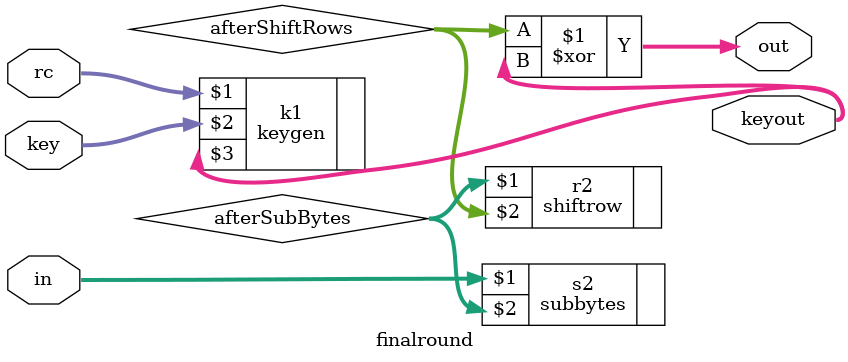
<source format=v>
module rounds(
    input [127:0] in, key,
	 input [3:0] rc,
    output [127:0] out, keyout
);


wire [127:0] afterSubBytes;
wire [127:0] afterShiftRows;
wire [127:0] afterMixColumns;


keygen k(rc, key, keyout);
subbytes s(in,afterSubBytes);
shiftrow r(afterSubBytes,afterShiftRows);
mixcolumns m(afterShiftRows,afterMixColumns);

assign out = afterMixColumns ^  keyout;
		
endmodule


module finalround(
    input [127:0] in, key,
	 input [3:0] rc,
    output [127:0] out, keyout
);


wire [127:0] afterSubBytes;
wire [127:0] afterShiftRows;


keygen k1(rc, key, keyout);
subbytes s2(in,afterSubBytes);
shiftrow r2(afterSubBytes,afterShiftRows);

assign out = afterShiftRows ^ keyout;
		
endmodule



</source>
